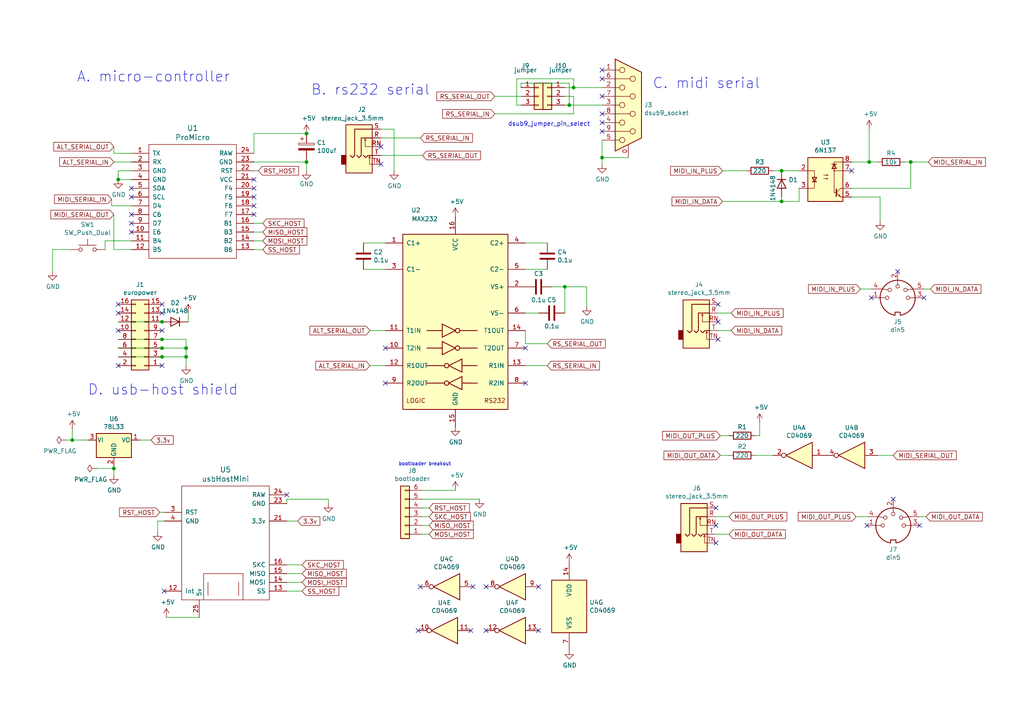
<source format=kicad_sch>
(kicad_sch (version 20211123) (generator eeschema)
  (paper "A4")
  (title_block (title "_transcribe_") (date "2022-02-22") (rev "v0_5_1") (company "cyberboy666 & user43368831") (comment 1 "CC-BY-SA"))
  (lib_symbols
    (symbol "4xxx:4069" (pin_names (offset 1.016))
      (property "Reference" "U" (at 0 1.27 0))
      (property "Value" "4069" (at 0 -1.27 0))
      (symbol "4069_1_0"
        (pin input line (at -7.62 0 0) (length 3.81) (name "~") (number "1"))
        (pin output inverted (at 7.62 0 180) (length 3.81) (name "~") (number "2"))
      )
      (symbol "4069_2_0"
        (pin input line (at -7.62 0 0) (length 3.81) (name "~") (number "3"))
        (pin output inverted (at 7.62 0 180) (length 3.81) (name "~") (number "4"))
      )
      (symbol "4069_3_0"
        (pin input line (at -7.62 0 0) (length 3.81) (name "~") (number "5"))
        (pin output inverted (at 7.62 0 180) (length 3.81) (name "~") (number "6"))
      )
      (symbol "4069_4_0"
        (pin output inverted (at 7.62 0 180) (length 3.81) (name "~") (number "8"))
        (pin input line (at -7.62 0 0) (length 3.81) (name "~") (number "9"))
      )
      (symbol "4069_5_0"
        (pin output inverted (at 7.62 0 180) (length 3.81) (name "~") (number "10"))
        (pin input line (at -7.62 0 0) (length 3.81) (name "~") (number "11"))
      )
      (symbol "4069_6_0"
        (pin output inverted (at 7.62 0 180) (length 3.81) (name "~") (number "12"))
        (pin input line (at -7.62 0 0) (length 3.81) (name "~") (number "13"))
      )
      (symbol "4069_7_0"
        (pin power_in line (at 0 12.7 270) (length 5.08) (name "VDD") (number "14"))
        (pin power_in line (at 0 -12.7 90) (length 5.08) (name "VSS") (number "7"))
      )
    )
    (symbol "Connector:AudioJack3_SwitchTR"
      (property "Reference" "J" (at 0 8.89 0))
      (property "Value" "AudioJack3_SwitchTR" (at 0 6.35 0))
      (symbol "AudioJack3_SwitchTR_1_1"
        (pin passive line (at 5.08 0 180) (length 2.54) (name "~") (number "R"))
        (pin passive line (at 5.08 -2.54 180) (length 2.54) (name "~") (number "RN"))
        (pin passive line (at 5.08 2.54 180) (length 2.54) (name "~") (number "S"))
        (pin passive line (at 5.08 -5.08 180) (length 2.54) (name "~") (number "T"))
        (pin passive line (at 5.08 -7.62 180) (length 2.54) (name "~") (number "TN"))
      )
    )
    (symbol "Connector:DB9_Female_MountingHoles" (pin_names (offset 1.016) hide)
      (property "Reference" "J" (at 0 16.51 0))
      (property "Value" "DB9_Female_MountingHoles" (at 0 14.605 0))
      (symbol "DB9_Female_MountingHoles_1_1"
        (pin passive line (at 0 -15.24 90) (length 3.81) (name "PAD") (number "0"))
        (pin passive line (at -7.62 10.16 0) (length 3.81) (name "1") (number "1"))
        (pin passive line (at -7.62 5.08 0) (length 3.81) (name "2") (number "2"))
        (pin passive line (at -7.62 0 0) (length 3.81) (name "3") (number "3"))
        (pin passive line (at -7.62 -5.08 0) (length 3.81) (name "4") (number "4"))
        (pin passive line (at -7.62 -10.16 0) (length 3.81) (name "5") (number "5"))
        (pin passive line (at -7.62 7.62 0) (length 3.81) (name "6") (number "6"))
        (pin passive line (at -7.62 2.54 0) (length 3.81) (name "7") (number "7"))
        (pin passive line (at -7.62 -2.54 0) (length 3.81) (name "8") (number "8"))
        (pin passive line (at -7.62 -7.62 0) (length 3.81) (name "9") (number "9"))
      )
    )
    (symbol "Connector:DIN-5_180degree" (pin_names (offset 1.016))
      (property "Reference" "J" (at 3.175 5.715 0))
      (property "Value" "DIN-5_180degree" (at 0 -6.35 0))
      (symbol "DIN-5_180degree_1_1"
        (pin passive line (at -7.62 0 0) (length 2.54) (name "~") (number "1"))
        (pin passive line (at 0 7.62 270) (length 2.54) (name "~") (number "2"))
        (pin passive line (at 7.62 0 180) (length 2.54) (name "~") (number "3"))
        (pin passive line (at -7.62 2.54 0) (length 2.54) (name "~") (number "4"))
        (pin passive line (at 7.62 2.54 180) (length 2.54) (name "~") (number "5"))
      )
    )
    (symbol "Connector_Generic:Conn_01x03" (pin_names (offset 1.016) hide)
      (property "Reference" "J" (at 0 5.08 0))
      (property "Value" "Conn_01x03" (at 0 -5.08 0))
      (symbol "Conn_01x03_1_1"
        (pin passive line (at -5.08 2.54 0) (length 3.81) (name "Pin_1") (number "1"))
        (pin passive line (at -5.08 0 0) (length 3.81) (name "Pin_2") (number "2"))
        (pin passive line (at -5.08 -2.54 0) (length 3.81) (name "Pin_3") (number "3"))
      )
    )
    (symbol "Connector_Generic:Conn_01x06" (pin_names (offset 1.016) hide)
      (property "Reference" "J" (at 0 7.62 0))
      (property "Value" "Conn_01x06" (at 0 -10.16 0))
      (symbol "Conn_01x06_1_1"
        (pin passive line (at -5.08 5.08 0) (length 3.81) (name "Pin_1") (number "1"))
        (pin passive line (at -5.08 2.54 0) (length 3.81) (name "Pin_2") (number "2"))
        (pin passive line (at -5.08 0 0) (length 3.81) (name "Pin_3") (number "3"))
        (pin passive line (at -5.08 -2.54 0) (length 3.81) (name "Pin_4") (number "4"))
        (pin passive line (at -5.08 -5.08 0) (length 3.81) (name "Pin_5") (number "5"))
        (pin passive line (at -5.08 -7.62 0) (length 3.81) (name "Pin_6") (number "6"))
      )
    )
    (symbol "Connector_Generic:Conn_02x08_Odd_Even" (pin_names (offset 1.016) hide)
      (property "Reference" "J" (at 1.27 10.16 0))
      (property "Value" "Conn_02x08_Odd_Even" (at 1.27 -12.7 0))
      (symbol "Conn_02x08_Odd_Even_1_1"
        (pin passive line (at -5.08 7.62 0) (length 3.81) (name "Pin_1") (number "1"))
        (pin passive line (at 7.62 -2.54 180) (length 3.81) (name "Pin_10") (number "10"))
        (pin passive line (at -5.08 -5.08 0) (length 3.81) (name "Pin_11") (number "11"))
        (pin passive line (at 7.62 -5.08 180) (length 3.81) (name "Pin_12") (number "12"))
        (pin passive line (at -5.08 -7.62 0) (length 3.81) (name "Pin_13") (number "13"))
        (pin passive line (at 7.62 -7.62 180) (length 3.81) (name "Pin_14") (number "14"))
        (pin passive line (at -5.08 -10.16 0) (length 3.81) (name "Pin_15") (number "15"))
        (pin passive line (at 7.62 -10.16 180) (length 3.81) (name "Pin_16") (number "16"))
        (pin passive line (at 7.62 7.62 180) (length 3.81) (name "Pin_2") (number "2"))
        (pin passive line (at -5.08 5.08 0) (length 3.81) (name "Pin_3") (number "3"))
        (pin passive line (at 7.62 5.08 180) (length 3.81) (name "Pin_4") (number "4"))
        (pin passive line (at -5.08 2.54 0) (length 3.81) (name "Pin_5") (number "5"))
        (pin passive line (at 7.62 2.54 180) (length 3.81) (name "Pin_6") (number "6"))
        (pin passive line (at -5.08 0 0) (length 3.81) (name "Pin_7") (number "7"))
        (pin passive line (at 7.62 0 180) (length 3.81) (name "Pin_8") (number "8"))
        (pin passive line (at -5.08 -2.54 0) (length 3.81) (name "Pin_9") (number "9"))
      )
    )
    (symbol "Device:C" (pin_numbers hide) (pin_names (offset 0.254))
      (property "Reference" "C" (at 0.635 2.54 0))
      (property "Value" "C" (at 0.635 -2.54 0))
      (symbol "C_1_1"
        (pin passive line (at 0 3.81 270) (length 2.794) (name "~") (number "1"))
        (pin passive line (at 0 -3.81 90) (length 2.794) (name "~") (number "2"))
      )
    )
    (symbol "Device:CP" (pin_numbers hide) (pin_names (offset 0.254))
      (property "Reference" "C" (at 0.635 2.54 0))
      (property "Value" "Device_CP" (at 0.635 -2.54 0))
      (symbol "CP_1_1"
        (pin passive line (at 0 3.81 270) (length 2.794) (name "~") (number "1"))
        (pin passive line (at 0 -3.81 90) (length 2.794) (name "~") (number "2"))
      )
    )
    (symbol "Device:D" (pin_numbers hide) (pin_names (offset 1.016) hide)
      (property "Reference" "D" (at 0 2.54 0))
      (property "Value" "D" (at 0 -2.54 0))
      (symbol "D_1_1"
        (pin passive line (at -3.81 0 0) (length 2.54) (name "K") (number "1"))
        (pin passive line (at 3.81 0 180) (length 2.54) (name "A") (number "2"))
      )
    )
    (symbol "Device:R" (pin_numbers hide) (pin_names (offset 0))
      (property "Reference" "R" (at 2.032 0 90))
      (property "Value" "R" (at 0 0 90))
      (symbol "R_1_1"
        (pin passive line (at 0 3.81 270) (length 1.27) (name "~") (number "1"))
        (pin passive line (at 0 -3.81 90) (length 1.27) (name "~") (number "2"))
      )
    )
    (symbol "Interface_UART:MAX232" (pin_names (offset 1.016))
      (property "Reference" "U" (at -2.54 28.575 0))
      (property "Value" "MAX232" (at -2.54 26.67 0))
      (symbol "MAX232_0_0"
        (text "LOGIC" (at -11.43 -22.86 0) (effects (font (size 1.27 1.27))))
        (text "RS232" (at 11.43 -22.86 0) (effects (font (size 1.27 1.27))))
      )
      (symbol "MAX232_1_1"
        (pin passive line (at -20.32 22.86 0) (length 5.08) (name "C1+") (number "1"))
        (pin input line (at -20.32 -7.62 0) (length 5.08) (name "T2IN") (number "10"))
        (pin input line (at -20.32 -2.54 0) (length 5.08) (name "T1IN") (number "11"))
        (pin output line (at -20.32 -12.7 0) (length 5.08) (name "R1OUT") (number "12"))
        (pin input line (at 20.32 -12.7 180) (length 5.08) (name "R1IN") (number "13"))
        (pin output line (at 20.32 -2.54 180) (length 5.08) (name "T1OUT") (number "14"))
        (pin power_in line (at 0 -30.48 90) (length 5.08) (name "GND") (number "15"))
        (pin power_in line (at 0 30.48 270) (length 5.08) (name "VCC") (number "16"))
        (pin power_out line (at 20.32 10.16 180) (length 5.08) (name "VS+") (number "2"))
        (pin passive line (at -20.32 15.24 0) (length 5.08) (name "C1-") (number "3"))
        (pin passive line (at 20.32 22.86 180) (length 5.08) (name "C2+") (number "4"))
        (pin passive line (at 20.32 15.24 180) (length 5.08) (name "C2-") (number "5"))
        (pin power_out line (at 20.32 2.54 180) (length 5.08) (name "VS-") (number "6"))
        (pin output line (at 20.32 -7.62 180) (length 5.08) (name "T2OUT") (number "7"))
        (pin input line (at 20.32 -17.78 180) (length 5.08) (name "R2IN") (number "8"))
        (pin output line (at -20.32 -17.78 0) (length 5.08) (name "R2OUT") (number "9"))
      )
    )
    (symbol "Regulator_Linear:L78L33_TO92" (pin_names (offset 0.254))
      (property "Reference" "U" (at -3.81 3.175 0))
      (property "Value" "L78L33_TO92" (at 0 3.175 0))
      (symbol "L78L33_TO92_1_1"
        (pin power_out line (at 7.62 0 180) (length 2.54) (name "VO") (number "1"))
        (pin power_in line (at 0 -7.62 90) (length 2.54) (name "GND") (number "2"))
        (pin power_in line (at -7.62 0 0) (length 2.54) (name "VI") (number "3"))
      )
    )
    (symbol "Switch:SW_Push" (pin_numbers hide) (pin_names (offset 1.016) hide)
      (property "Reference" "SW" (at 1.27 2.54 0))
      (property "Value" "SW_Push" (at 0 -1.524 0))
      (symbol "SW_Push_0_1"
        (pin passive line (at -5.08 0 0) (length 2.54) (name "1") (number "1"))
        (pin passive line (at 5.08 0 180) (length 2.54) (name "2") (number "2"))
      )
    )
    (symbol "power:+5V" (power) (pin_names (offset 0))
      (property "Value" "+5V" (at 0 3.556 0))
      (symbol "+5V_1_1"
        (pin power_in line (at 0 0 90) (length 0) hide (name "+5V") (number "1"))
      )
    )
    (symbol "power:GND" (power) (pin_names (offset 0))
      (property "Value" "GND" (at 0 -3.81 0))
      (symbol "GND_1_1"
        (pin power_in line (at 0 0 270) (length 0) hide (name "GND") (number "1"))
      )
    )
    (symbol "power:PWR_FLAG" (power) (pin_numbers hide) (pin_names (offset 0) hide)
      (property "Value" "PWR_FLAG" (at 0 3.81 0))
      (symbol "PWR_FLAG_0_0"
        (pin power_out line (at 0 0 90) (length 0) (name "pwr") (number "1"))
      )
    )
    (symbol "transcribe_circuit-rescue:6N137-Isolator" (pin_names (offset 1.016))
      (property "Reference" "U" (at -5.08 7.62 0))
      (property "Value" "6N137-Isolator" (at 0 7.62 0))
      (symbol "6N137-Isolator_1_1"
        (pin no_connect line (at -5.08 5.08 0) (length 2.54) hide (name "NC") (number "1"))
        (pin passive line (at -7.62 2.54 0) (length 2.54) (name "~") (number "2"))
        (pin passive line (at -7.62 -2.54 0) (length 2.54) (name "~") (number "3"))
        (pin no_connect line (at -5.08 -5.08 0) (length 2.54) hide (name "NC") (number "4"))
        (pin passive line (at 7.62 -5.08 180) (length 2.54) (name "~") (number "5"))
        (pin passive line (at 7.62 -2.54 180) (length 2.54) (name "~") (number "6"))
        (pin passive line (at 7.62 2.54 180) (length 2.54) (name "~") (number "7"))
        (pin passive line (at 7.62 5.08 180) (length 2.54) (name "~") (number "8"))
      )
    )
    (symbol "transcribe_circuit-rescue:ProMicro-promicro" (pin_names (offset 1.016))
      (property "Reference" "U" (at 0 24.13 0))
      (property "Value" "ProMicro-promicro" (at 0 -13.97 0))
      (symbol "ProMicro-promicro_1_1"
        (pin bidirectional line (at -17.78 19.05 0) (length 5.08) (name "TX") (number "1"))
        (pin bidirectional line (at -17.78 -3.81 0) (length 5.08) (name "E6") (number "10"))
        (pin bidirectional line (at -17.78 -6.35 0) (length 5.08) (name "B4") (number "11"))
        (pin bidirectional line (at -17.78 -8.89 0) (length 5.08) (name "B5") (number "12"))
        (pin bidirectional line (at 17.78 -8.89 180) (length 5.08) (name "B6") (number "13"))
        (pin bidirectional line (at 17.78 -6.35 180) (length 5.08) (name "B2") (number "14"))
        (pin bidirectional line (at 17.78 -3.81 180) (length 5.08) (name "B3") (number "15"))
        (pin bidirectional line (at 17.78 -1.27 180) (length 5.08) (name "B1") (number "16"))
        (pin bidirectional line (at 17.78 1.27 180) (length 5.08) (name "F7") (number "17"))
        (pin bidirectional line (at 17.78 3.81 180) (length 5.08) (name "F6") (number "18"))
        (pin bidirectional line (at 17.78 6.35 180) (length 5.08) (name "F5") (number "19"))
        (pin bidirectional line (at -17.78 16.51 0) (length 5.08) (name "RX") (number "2"))
        (pin bidirectional line (at 17.78 8.89 180) (length 5.08) (name "F4") (number "20"))
        (pin power_in line (at 17.78 11.43 180) (length 5.08) (name "VCC") (number "21"))
        (pin input line (at 17.78 13.97 180) (length 5.08) (name "RST") (number "22"))
        (pin power_in line (at 17.78 16.51 180) (length 5.08) (name "GND") (number "23"))
        (pin power_out line (at 17.78 19.05 180) (length 5.08) (name "RAW") (number "24"))
        (pin power_in line (at -17.78 13.97 0) (length 5.08) (name "GND") (number "3"))
        (pin power_in line (at -17.78 11.43 0) (length 5.08) (name "GND") (number "4"))
        (pin bidirectional line (at -17.78 8.89 0) (length 5.08) (name "SDA") (number "5"))
        (pin bidirectional line (at -17.78 6.35 0) (length 5.08) (name "SCL") (number "6"))
        (pin bidirectional line (at -17.78 3.81 0) (length 5.08) (name "D4") (number "7"))
        (pin bidirectional line (at -17.78 1.27 0) (length 5.08) (name "C6") (number "8"))
        (pin bidirectional line (at -17.78 -1.27 0) (length 5.08) (name "D7") (number "9"))
      )
    )
    (symbol "transcribe_circuit-rescue:usbHostMini-promicro" (pin_names (offset 1.016))
      (property "Reference" "U" (at 0 24.13 0))
      (property "Value" "usbHostMini-promicro" (at 0 -13.97 0))
      (symbol "usbHostMini-promicro_1_1"
        (pin no_connect line (at -17.78 19.05 0) (length 5.08) hide (name "~") (number "1"))
        (pin no_connect line (at -17.78 -3.81 0) (length 5.08) hide (name "~") (number "10"))
        (pin no_connect line (at -17.78 -6.35 0) (length 5.08) hide (name "~") (number "11"))
        (pin bidirectional line (at -17.78 -8.89 0) (length 5.08) (name "int") (number "12"))
        (pin bidirectional line (at 17.78 -8.89 180) (length 5.08) (name "SS") (number "13"))
        (pin bidirectional line (at 17.78 -6.35 180) (length 5.08) (name "MOSI") (number "14"))
        (pin bidirectional line (at 17.78 -3.81 180) (length 5.08) (name "MISO") (number "15"))
        (pin bidirectional line (at 17.78 -1.27 180) (length 5.08) (name "SKC") (number "16"))
        (pin no_connect line (at 17.78 1.27 180) (length 5.08) hide (name "~") (number "17"))
        (pin no_connect line (at 17.78 3.81 180) (length 5.08) hide (name "~") (number "18"))
        (pin no_connect line (at 17.78 6.35 180) (length 5.08) hide (name "~") (number "19"))
        (pin no_connect line (at -17.78 16.51 0) (length 5.08) hide (name "~") (number "2"))
        (pin no_connect line (at 17.78 8.89 180) (length 5.08) hide (name "~") (number "20"))
        (pin power_in line (at 17.78 11.43 180) (length 5.08) (name "3.3v") (number "21"))
        (pin no_connect line (at 17.78 13.97 180) (length 5.08) hide (name "~") (number "22"))
        (pin power_in line (at 17.78 16.51 180) (length 5.08) (name "GND") (number "23"))
        (pin power_out line (at 17.78 19.05 180) (length 5.08) (name "RAW") (number "24"))
        (pin power_in line (at -7.62 -16.51 90) (length 5.08) (name "5v") (number "25"))
        (pin bidirectional line (at -17.78 13.97 0) (length 5.08) (name "RST") (number "3"))
        (pin power_in line (at -17.78 11.43 0) (length 5.08) (name "GND") (number "4"))
        (pin no_connect line (at -17.78 8.89 0) (length 5.08) hide (name "~") (number "5"))
        (pin no_connect line (at -17.78 6.35 0) (length 5.08) hide (name "~") (number "6"))
        (pin no_connect line (at -17.78 3.81 0) (length 5.08) hide (name "~") (number "7"))
        (pin no_connect line (at -17.78 1.27 0) (length 5.08) hide (name "~") (number "8"))
        (pin no_connect line (at -17.78 -1.27 0) (length 5.08) hide (name "~") (number "9"))
      )
    )
  )
  (junction (at 46.99 93.345))
  (junction (at 34.29 52.07))
  (junction (at 174.625 45.72))
  (junction (at 53.975 100.965))
  (junction (at 226.695 58.42))
  (junction (at 166.37 25.4))
  (junction (at 88.9 46.99))
  (junction (at 226.695 49.53))
  (junction (at 33.02 135.89))
  (junction (at 163.83 83.185))
  (junction (at 252.095 46.99))
  (junction (at 46.99 103.505))
  (junction (at 264.16 46.99))
  (junction (at 88.9 38.735))
  (junction (at 165.1 30.48))
  (junction (at 20.955 127.635))
  (junction (at 53.975 103.505))
  (junction (at 46.99 98.425))
  (junction (at 46.99 100.965))
  (no_connect (at 207.645 157.48))
  (no_connect (at 174.625 35.56))
  (no_connect (at 111.76 100.965))
  (no_connect (at 208.28 88.265))
  (no_connect (at 267.97 86.36))
  (no_connect (at 260.35 78.74))
  (no_connect (at 34.29 90.805))
  (no_connect (at 152.4 100.965))
  (no_connect (at 207.645 147.32))
  (no_connect (at 208.28 93.345))
  (no_connect (at 73.66 57.15))
  (no_connect (at 46.99 106.045))
  (no_connect (at 174.625 20.32))
  (no_connect (at 73.66 59.69))
  (no_connect (at 140.97 182.88))
  (no_connect (at 174.625 38.1))
  (no_connect (at 38.1 54.61))
  (no_connect (at 46.99 88.265))
  (no_connect (at 156.21 182.88))
  (no_connect (at 34.29 88.265))
  (no_connect (at 208.28 98.425))
  (no_connect (at 38.1 62.23))
  (no_connect (at 121.285 182.88))
  (no_connect (at 266.7 152.4))
  (no_connect (at 38.1 57.15))
  (no_connect (at 83.185 143.51))
  (no_connect (at 251.46 152.4))
  (no_connect (at 174.625 27.94))
  (no_connect (at 46.99 90.805))
  (no_connect (at 73.66 62.23))
  (no_connect (at 174.625 33.02))
  (no_connect (at 73.66 54.61))
  (no_connect (at 259.08 144.78))
  (no_connect (at 174.625 22.86))
  (no_connect (at 34.29 95.885))
  (no_connect (at 121.92 170.18))
  (no_connect (at 38.1 64.77))
  (no_connect (at 73.66 52.07))
  (no_connect (at 140.97 170.18))
  (no_connect (at 136.525 182.88))
  (no_connect (at 207.645 152.4))
  (no_connect (at 111.76 111.125))
  (no_connect (at 252.73 86.36))
  (no_connect (at 110.49 42.545))
  (no_connect (at 156.21 170.18))
  (no_connect (at 46.99 95.885))
  (no_connect (at 247.015 49.53))
  (no_connect (at 34.29 106.045))
  (no_connect (at 110.49 47.625))
  (no_connect (at 47.625 171.45))
  (no_connect (at 38.1 67.31))
  (no_connect (at 152.4 111.125))
  (no_connect (at 137.16 170.18))
  (wire (pts (xy 32.385 59.69) (xy 38.1 59.69)))
  (wire (pts (xy 264.16 46.99) (xy 269.24 46.99)))
  (wire (pts (xy 219.075 132.08) (xy 224.155 132.08)))
  (wire (pts (xy 20.955 127.635) (xy 19.05 127.635)))
  (wire (pts (xy 207.645 154.94) (xy 211.455 154.94)))
  (wire (pts (xy 252.73 83.82) (xy 249.555 83.82)))
  (wire (pts (xy 269.875 83.82) (xy 267.97 83.82)))
  (wire (pts (xy 107.315 95.885) (xy 111.76 95.885)))
  (wire (pts (xy 54.61 90.805) (xy 54.61 93.345)))
  (wire (pts (xy 166.37 25.4) (xy 174.625 25.4)))
  (wire (pts (xy 226.695 49.53) (xy 224.155 49.53)))
  (wire (pts (xy 46.99 98.425) (xy 53.975 98.425)))
  (wire (pts (xy 122.555 152.4) (xy 124.46 152.4)))
  (wire (pts (xy 163.83 83.185) (xy 170.18 83.185)))
  (wire (pts (xy 220.345 126.365) (xy 220.345 122.555)))
  (wire (pts (xy 87.63 166.37) (xy 83.185 166.37)))
  (wire (pts (xy 30.48 72.39) (xy 30.48 69.85)))
  (wire (pts (xy 208.28 95.885) (xy 212.09 95.885)))
  (wire (pts (xy 111.76 70.485) (xy 105.41 70.485)))
  (wire (pts (xy 45.72 151.13) (xy 45.72 154.305)))
  (wire (pts (xy 207.645 149.86) (xy 211.455 149.86)))
  (wire (pts (xy 122.555 149.86) (xy 124.46 149.86)))
  (wire (pts (xy 73.66 46.99) (xy 88.9 46.99)))
  (wire (pts (xy 151.13 24.13) (xy 165.1 24.13)))
  (wire (pts (xy 165.1 24.13) (xy 165.1 30.48)))
  (wire (pts (xy 139.065 144.78) (xy 122.555 144.78)))
  (wire (pts (xy 76.2 69.85) (xy 73.66 69.85)))
  (wire (pts (xy 34.29 103.505) (xy 46.99 103.505)))
  (wire (pts (xy 143.51 33.02) (xy 166.37 33.02)))
  (wire (pts (xy 252.095 37.465) (xy 252.095 46.99)))
  (wire (pts (xy 33.02 44.45) (xy 33.02 42.545)))
  (wire (pts (xy 20.955 127.635) (xy 25.4 127.635)))
  (wire (pts (xy 33.02 72.39) (xy 38.1 72.39)))
  (wire (pts (xy 226.695 58.42) (xy 231.775 58.42)))
  (wire (pts (xy 88.9 46.99) (xy 88.9 49.53)))
  (wire (pts (xy 111.76 78.105) (xy 105.41 78.105)))
  (wire (pts (xy 38.1 49.53) (xy 34.29 49.53)))
  (wire (pts (xy 264.16 54.61) (xy 264.16 46.99)))
  (wire (pts (xy 87.63 171.45) (xy 83.185 171.45)))
  (wire (pts (xy 33.02 46.99) (xy 38.1 46.99)))
  (wire (pts (xy 122.555 147.32) (xy 124.46 147.32)))
  (wire (pts (xy 216.535 49.53) (xy 209.55 49.53)))
  (wire (pts (xy 110.49 37.465) (xy 114.3 37.465)))
  (wire (pts (xy 73.66 44.45) (xy 73.66 38.735)))
  (wire (pts (xy 211.455 126.365) (xy 208.915 126.365)))
  (wire (pts (xy 86.36 151.13) (xy 83.185 151.13)))
  (wire (pts (xy 83.185 146.05) (xy 83.185 144.78)))
  (wire (pts (xy 254.635 132.08) (xy 259.08 132.08)))
  (wire (pts (xy 163.83 25.4) (xy 166.37 25.4)))
  (wire (pts (xy 87.63 163.83) (xy 83.185 163.83)))
  (wire (pts (xy 15.24 78.74) (xy 15.24 72.39)))
  (wire (pts (xy 40.64 127.635) (xy 43.815 127.635)))
  (wire (pts (xy 107.315 106.045) (xy 111.76 106.045)))
  (wire (pts (xy 15.24 72.39) (xy 20.32 72.39)))
  (wire (pts (xy 95.25 144.78) (xy 95.25 146.05)))
  (wire (pts (xy 76.2 72.39) (xy 73.66 72.39)))
  (wire (pts (xy 53.975 98.425) (xy 53.975 100.965)))
  (wire (pts (xy 110.49 45.085) (xy 122.555 45.085)))
  (wire (pts (xy 211.455 132.08) (xy 208.915 132.08)))
  (wire (pts (xy 27.94 135.89) (xy 33.02 135.89)))
  (wire (pts (xy 34.29 49.53) (xy 34.29 52.07)))
  (wire (pts (xy 76.2 64.77) (xy 73.66 64.77)))
  (wire (pts (xy 174.625 45.72) (xy 174.625 47.625)))
  (wire (pts (xy 158.75 78.105) (xy 152.4 78.105)))
  (wire (pts (xy 33.02 135.255) (xy 33.02 135.89)))
  (wire (pts (xy 122.555 154.94) (xy 124.46 154.94)))
  (wire (pts (xy 174.625 40.64) (xy 174.625 45.72)))
  (wire (pts (xy 83.185 144.78) (xy 95.25 144.78)))
  (wire (pts (xy 73.66 38.735) (xy 88.9 38.735)))
  (wire (pts (xy 219.075 126.365) (xy 220.345 126.365)))
  (wire (pts (xy 149.86 22.86) (xy 166.37 22.86)))
  (wire (pts (xy 170.18 83.185) (xy 170.18 88.9)))
  (wire (pts (xy 33.02 44.45) (xy 38.1 44.45)))
  (wire (pts (xy 122.555 142.24) (xy 132.08 142.24)))
  (wire (pts (xy 163.83 30.48) (xy 165.1 30.48)))
  (wire (pts (xy 166.37 22.86) (xy 166.37 25.4)))
  (wire (pts (xy 38.1 52.07) (xy 34.29 52.07)))
  (wire (pts (xy 53.975 103.505) (xy 53.975 106.045)))
  (wire (pts (xy 251.46 149.86) (xy 248.285 149.86)))
  (wire (pts (xy 231.775 58.42) (xy 231.775 54.61)))
  (wire (pts (xy 226.695 57.15) (xy 226.695 58.42)))
  (wire (pts (xy 262.255 46.99) (xy 264.16 46.99)))
  (wire (pts (xy 247.015 54.61) (xy 264.16 54.61)))
  (wire (pts (xy 226.695 58.42) (xy 209.55 58.42)))
  (wire (pts (xy 252.095 46.99) (xy 254.635 46.99)))
  (wire (pts (xy 152.4 70.485) (xy 158.75 70.485)))
  (wire (pts (xy 110.49 40.005) (xy 121.92 40.005)))
  (wire (pts (xy 208.28 90.805) (xy 212.09 90.805)))
  (wire (pts (xy 247.015 46.99) (xy 252.095 46.99)))
  (wire (pts (xy 151.13 30.48) (xy 149.86 30.48)))
  (wire (pts (xy 33.02 135.89) (xy 33.02 137.795)))
  (wire (pts (xy 152.4 99.695) (xy 158.75 99.695)))
  (wire (pts (xy 20.955 124.46) (xy 20.955 127.635)))
  (wire (pts (xy 30.48 69.85) (xy 38.1 69.85)))
  (wire (pts (xy 47.625 151.13) (xy 45.72 151.13)))
  (wire (pts (xy 143.51 27.94) (xy 151.13 27.94)))
  (wire (pts (xy 149.86 30.48) (xy 149.86 22.86)))
  (wire (pts (xy 76.2 67.31) (xy 73.66 67.31)))
  (wire (pts (xy 47.625 148.59) (xy 46.355 148.59)))
  (wire (pts (xy 158.75 106.045) (xy 152.4 106.045)))
  (wire (pts (xy 87.63 168.91) (xy 83.185 168.91)))
  (wire (pts (xy 163.83 90.805) (xy 163.83 83.185)))
  (wire (pts (xy 34.29 100.965) (xy 46.99 100.965)))
  (wire (pts (xy 32.385 57.785) (xy 32.385 59.69)))
  (wire (pts (xy 255.27 57.15) (xy 247.015 57.15)))
  (wire (pts (xy 268.605 149.86) (xy 266.7 149.86)))
  (wire (pts (xy 255.27 64.135) (xy 255.27 57.15)))
  (wire (pts (xy 53.975 100.965) (xy 53.975 103.505)))
  (wire (pts (xy 160.02 83.185) (xy 163.83 83.185)))
  (wire (pts (xy 33.02 62.23) (xy 33.02 72.39)))
  (wire (pts (xy 231.775 49.53) (xy 226.695 49.53)))
  (wire (pts (xy 88.9 46.355) (xy 88.9 46.99)))
  (wire (pts (xy 34.29 98.425) (xy 46.99 98.425)))
  (wire (pts (xy 34.29 93.345) (xy 46.99 93.345)))
  (wire (pts (xy 73.66 49.53) (xy 74.93 49.53)))
  (wire (pts (xy 46.99 100.965) (xy 53.975 100.965)))
  (wire (pts (xy 166.37 27.94) (xy 163.83 27.94)))
  (wire (pts (xy 46.99 103.505) (xy 53.975 103.505)))
  (wire (pts (xy 152.4 95.885) (xy 152.4 99.695)))
  (wire (pts (xy 156.21 90.805) (xy 152.4 90.805)))
  (wire (pts (xy 151.13 25.4) (xy 151.13 24.13)))
  (wire (pts (xy 114.3 37.465) (xy 114.3 49.53)))
  (wire (pts (xy 182.245 45.72) (xy 174.625 45.72)))
  (wire (pts (xy 166.37 33.02) (xy 166.37 27.94)))
  (wire (pts (xy 165.1 30.48) (xy 174.625 30.48)))
  (wire (pts (xy 48.26 179.07) (xy 57.785 179.07)))
  (text "B. rs232 serial" (at 90.17 27.94 0) (effects (font (size 2.9972 2.9972)) (justify left bottom)))
  (text "C. midi serial" (at 189.23 26.035 0) (effects (font (size 2.9972 2.9972)) (justify left bottom)))
  (text "bootloader breakout" (at 115.57 135.255 0) (effects (font (size 0.9906 0.9906)) (justify left bottom)))
  (text "A. micro-controller" (at 22.225 24.13 0) (effects (font (size 2.9972 2.9972)) (justify left bottom)))
  (text "D. usb-host shield" (at 25.4 114.935 0) (effects (font (size 2.9972 2.9972)) (justify left bottom)))
  (text "dsub9_jumper_pin_select" (at 147.32 36.83 0) (effects (font (size 1.27 1.27)) (justify left bottom)))
  (global_label "MIDI_SERIAL_OUT" (shape input) (at 259.08 132.08 0) (property "Intersheet References" "${INTERSHEET_REFS}" (effects hide)))
  (global_label "RS_SERIAL_IN" (shape input) (at 143.51 33.02 180) (property "Intersheet References" "${INTERSHEET_REFS}" (effects hide)))
  (global_label "MIDI_IN_PLUS" (shape input) (at 212.09 90.805 0) (property "Intersheet References" "${INTERSHEET_REFS}" (effects hide)))
  (global_label "MIDI_OUT_PLUS" (shape input) (at 248.285 149.86 180) (property "Intersheet References" "${INTERSHEET_REFS}" (effects hide)))
  (global_label "MOSI_HOST" (shape input) (at 87.63 168.91 0) (property "Intersheet References" "${INTERSHEET_REFS}" (effects hide)))
  (global_label "MOSI_HOST" (shape input) (at 76.2 69.85 0) (property "Intersheet References" "${INTERSHEET_REFS}" (effects hide)))
  (global_label "RST_HOST" (shape input) (at 124.46 147.32 0) (property "Intersheet References" "${INTERSHEET_REFS}" (effects hide)))
  (global_label "MIDI_OUT_PLUS" (shape input) (at 208.915 126.365 180) (property "Intersheet References" "${INTERSHEET_REFS}" (effects hide)))
  (global_label "MISO_HOST" (shape input) (at 124.46 152.4 0) (property "Intersheet References" "${INTERSHEET_REFS}" (effects hide)))
  (global_label "RST_HOST" (shape input) (at 46.355 148.59 180) (property "Intersheet References" "${INTERSHEET_REFS}" (effects hide)))
  (global_label "MIDI_SERIAL_IN" (shape input) (at 32.385 57.785 180) (property "Intersheet References" "${INTERSHEET_REFS}" (effects hide)))
  (global_label "RST_HOST" (shape input) (at 74.93 49.53 0) (property "Intersheet References" "${INTERSHEET_REFS}" (effects hide)))
  (global_label "RS_SERIAL_IN" (shape input) (at 158.75 106.045 0) (property "Intersheet References" "${INTERSHEET_REFS}" (effects hide)))
  (global_label "RS_SERIAL_OUT" (shape input) (at 158.75 99.695 0) (property "Intersheet References" "${INTERSHEET_REFS}" (effects hide)))
  (global_label "RS_SERIAL_IN" (shape input) (at 121.92 40.005 0) (property "Intersheet References" "${INTERSHEET_REFS}" (effects hide)))
  (global_label "SKC_HOST" (shape input) (at 124.46 149.86 0) (property "Intersheet References" "${INTERSHEET_REFS}" (effects hide)))
  (global_label "MIDI_OUT_PLUS" (shape input) (at 211.455 149.86 0) (property "Intersheet References" "${INTERSHEET_REFS}" (effects hide)))
  (global_label "RS_SERIAL_OUT" (shape input) (at 122.555 45.085 0) (property "Intersheet References" "${INTERSHEET_REFS}" (effects hide)))
  (global_label "MIDI_IN_DATA" (shape input) (at 269.875 83.82 0) (property "Intersheet References" "${INTERSHEET_REFS}" (effects hide)))
  (global_label "MIDI_OUT_DATA" (shape input) (at 208.915 132.08 180) (property "Intersheet References" "${INTERSHEET_REFS}" (effects hide)))
  (global_label "MIDI_SERIAL_OUT" (shape input) (at 33.02 62.23 180) (property "Intersheet References" "${INTERSHEET_REFS}" (effects hide)))
  (global_label "ALT_SERIAL_IN" (shape input) (at 107.315 106.045 180) (property "Intersheet References" "${INTERSHEET_REFS}" (effects hide)))
  (global_label "MISO_HOST" (shape input) (at 87.63 166.37 0) (property "Intersheet References" "${INTERSHEET_REFS}" (effects hide)))
  (global_label "MISO_HOST" (shape input) (at 76.2 67.31 0) (property "Intersheet References" "${INTERSHEET_REFS}" (effects hide)))
  (global_label "MIDI_IN_PLUS" (shape input) (at 209.55 49.53 180) (property "Intersheet References" "${INTERSHEET_REFS}" (effects hide)))
  (global_label "SS_HOST" (shape input) (at 87.63 171.45 0) (property "Intersheet References" "${INTERSHEET_REFS}" (effects hide)))
  (global_label "3.3v" (shape input) (at 86.36 151.13 0) (property "Intersheet References" "${INTERSHEET_REFS}" (effects hide)))
  (global_label "MIDI_IN_DATA" (shape input) (at 212.09 95.885 0) (property "Intersheet References" "${INTERSHEET_REFS}" (effects hide)))
  (global_label "SS_HOST" (shape input) (at 76.2 72.39 0) (property "Intersheet References" "${INTERSHEET_REFS}" (effects hide)))
  (global_label "MIDI_IN_PLUS" (shape input) (at 249.555 83.82 180) (property "Intersheet References" "${INTERSHEET_REFS}" (effects hide)))
  (global_label "MIDI_OUT_DATA" (shape input) (at 268.605 149.86 0) (property "Intersheet References" "${INTERSHEET_REFS}" (effects hide)))
  (global_label "ALT_SERIAL_IN" (shape input) (at 33.02 46.99 180) (property "Intersheet References" "${INTERSHEET_REFS}" (effects hide)))
  (global_label "MIDI_IN_DATA" (shape input) (at 209.55 58.42 180) (property "Intersheet References" "${INTERSHEET_REFS}" (effects hide)))
  (global_label "RS_SERIAL_OUT" (shape input) (at 143.51 27.94 180) (property "Intersheet References" "${INTERSHEET_REFS}" (effects hide)))
  (global_label "MOSI_HOST" (shape input) (at 124.46 154.94 0) (property "Intersheet References" "${INTERSHEET_REFS}" (effects hide)))
  (global_label "ALT_SERIAL_OUT" (shape input) (at 107.315 95.885 180) (property "Intersheet References" "${INTERSHEET_REFS}" (effects hide)))
  (global_label "MIDI_OUT_DATA" (shape input) (at 211.455 154.94 0) (property "Intersheet References" "${INTERSHEET_REFS}" (effects hide)))
  (global_label "MIDI_SERIAL_IN" (shape input) (at 269.24 46.99 0) (property "Intersheet References" "${INTERSHEET_REFS}" (effects hide)))
  (global_label "3.3v" (shape input) (at 43.815 127.635 0) (property "Intersheet References" "${INTERSHEET_REFS}" (effects hide)))
  (global_label "SKC_HOST" (shape input) (at 87.63 163.83 0) (property "Intersheet References" "${INTERSHEET_REFS}" (effects hide)))
  (global_label "SKC_HOST" (shape input) (at 76.2 64.77 0) (property "Intersheet References" "${INTERSHEET_REFS}" (effects hide)))
  (global_label "ALT_SERIAL_OUT" (shape input) (at 33.02 42.545 180) (property "Intersheet References" "${INTERSHEET_REFS}" (effects hide)))
  (symbol (lib_id "transcribe_circuit-rescue:ProMicro-promicro") (at 55.88 63.5 0) (unit 1)
    (property "Reference" "U1" (at 55.88 37.1602 0) (effects (font (size 1.524 1.524))))
    (property "Value" "ProMicro" (at 55.88 39.8526 0) (effects (font (size 1.524 1.524))))
    (property "Footprint" "lib_fp:tht_ProMicro" (effects hide))
  )
  (symbol (lib_id "Interface_UART:MAX232") (at 132.08 93.345 0) (unit 1)
    (property "Reference" "U2" (at 120.65 60.96 0))
    (property "Value" "MAX232" (at 123.19 63.5 0))
    (property "Footprint" "Package_DIP:DIP-16_W7.62mm" (effects hide))
    (property "Datasheet" "http://www.ti.com/lit/ds/symlink/max232.pdf" (effects hide))
  )
  (symbol (lib_id "transcribe_circuit-rescue:usbHostMini-promicro") (at 65.405 162.56 0) (unit 1)
    (property "Reference" "U5" (at 65.405 136.2202 0) (effects (font (size 1.524 1.524))))
    (property "Value" "usbHostMini" (at 65.405 138.9126 0) (effects (font (size 1.524 1.524))))
    (property "Footprint" "lib_fp:tht_usbHostMidi" (effects hide))
  )
  (symbol (lib_id "Device:R") (at 220.345 49.53 270) (unit 1)
    (property "Reference" "R3" (at 220.345 46.99 90))
    (property "Value" "220" (at 220.345 49.53 90))
    (property "Footprint" "Resistor_THT:R_Axial_DIN0207_L6.3mm_D2.5mm_P5.08mm_Vertical" (effects hide))
  )
  (symbol (lib_id "Device:R") (at 258.445 46.99 270) (unit 1)
    (property "Reference" "R4" (at 258.445 44.45 90))
    (property "Value" "10k" (at 258.445 46.99 90))
    (property "Footprint" "Resistor_THT:R_Axial_DIN0207_L6.3mm_D2.5mm_P5.08mm_Vertical" (effects hide))
  )
  (symbol (lib_id "Device:D") (at 226.695 53.34 270) (unit 1)
    (property "Reference" "D1" (at 228.7016 52.1716 90) (effects (justify left)))
    (property "Value" "1N4148" (at 224.155 50.8 0) (effects (justify left)))
    (property "Footprint" "Diode_THT:D_T-1_P5.08mm_Horizontal" (effects hide))
  )
  (symbol (lib_id "power:+5V") (at 252.095 37.465 0) (unit 1)
    (property "Reference" "#PWR021" (effects hide))
    (property "Value" "+5V" (at 252.476 33.0708 0))
  )
  (symbol (lib_id "power:GND") (at 255.27 64.135 0) (unit 1)
    (property "Reference" "#PWR022" (effects hide))
    (property "Value" "GND" (at 255.397 68.5292 0))
  )
  (symbol (lib_id "Connector:AudioJack3_SwitchTR") (at 203.2 90.805 0) (unit 1)
    (property "Reference" "J4" (at 202.7428 82.55 0))
    (property "Value" "stereo_jack_3.5mm" (at 202.7428 84.8614 0))
    (property "Footprint" "lib_fp:horizontal_3.5mm_stereo_TRS_jack_A-853" (effects hide))
  )
  (symbol (lib_id "Connector:AudioJack3_SwitchTR") (at 202.565 149.86 0) (unit 1)
    (property "Reference" "J6" (at 202.1078 141.605 0))
    (property "Value" "stereo_jack_3.5mm" (at 202.1078 143.9164 0))
    (property "Footprint" "lib_fp:horizontal_3.5mm_stereo_TRS_jack_A-853" (effects hide))
  )
  (symbol (lib_id "power:+5V") (at 220.345 122.555 0) (unit 1)
    (property "Reference" "#PWR020" (effects hide))
    (property "Value" "+5V" (at 220.726 118.1608 0))
  )
  (symbol (lib_id "Device:R") (at 215.265 126.365 270) (unit 1)
    (property "Reference" "R1" (at 215.265 123.825 90))
    (property "Value" "220" (at 215.265 126.365 90))
    (property "Footprint" "Resistor_THT:R_Axial_DIN0207_L6.3mm_D2.5mm_P5.08mm_Vertical" (effects hide))
  )
  (symbol (lib_id "Device:R") (at 215.265 132.08 270) (unit 1)
    (property "Reference" "R2" (at 215.265 129.54 90))
    (property "Value" "220" (at 215.265 132.08 90))
    (property "Footprint" "Resistor_THT:R_Axial_DIN0207_L6.3mm_D2.5mm_P5.08mm_Vertical" (effects hide))
  )
  (symbol (lib_id "Device:C") (at 105.41 74.295 0) (unit 1)
    (property "Reference" "C2" (at 108.331 73.1266 0) (effects (justify left)))
    (property "Value" "0.1u" (at 108.331 75.438 0) (effects (justify left)))
    (property "Footprint" "Capacitor_THT:C_Disc_D4.3mm_W1.9mm_P5.00mm" (effects hide))
  )
  (symbol (lib_id "Device:C") (at 158.75 74.295 0) (unit 1)
    (property "Reference" "C4" (at 161.671 73.1266 0) (effects (justify left)))
    (property "Value" "0.1u" (at 161.671 75.438 0) (effects (justify left)))
    (property "Footprint" "Capacitor_THT:C_Disc_D4.3mm_W1.9mm_P5.00mm" (effects hide))
  )
  (symbol (lib_id "Device:C") (at 156.21 83.185 270) (unit 1)
    (property "Reference" "C3" (at 156.21 79.375 90))
    (property "Value" "0.1u" (at 156.21 86.995 90))
    (property "Footprint" "Capacitor_THT:C_Disc_D4.3mm_W1.9mm_P5.00mm" (effects hide))
  )
  (symbol (lib_id "Device:C") (at 160.02 90.805 270) (unit 1)
    (property "Reference" "C5" (at 160.02 86.995 90))
    (property "Value" "0.1u" (at 160.02 94.615 90))
    (property "Footprint" "Capacitor_THT:C_Disc_D4.3mm_W1.9mm_P5.00mm" (effects hide))
  )
  (symbol (lib_id "power:GND") (at 170.18 88.9 0) (unit 1)
    (property "Reference" "#PWR019" (effects hide))
    (property "Value" "GND" (at 170.307 93.2942 0))
  )
  (symbol (lib_id "power:GND") (at 132.08 123.825 0) (unit 1)
    (property "Reference" "#PWR015" (effects hide))
    (property "Value" "GND" (at 132.207 128.2192 0))
  )
  (symbol (lib_id "power:+5V") (at 132.08 62.865 0) (unit 1)
    (property "Reference" "#PWR014" (effects hide))
    (property "Value" "+5V" (at 132.461 58.4708 0))
  )
  (symbol (lib_id "Connector:AudioJack3_SwitchTR") (at 105.41 40.005 0) (unit 1)
    (property "Reference" "J2" (at 104.9528 31.75 0))
    (property "Value" "stereo_jack_3.5mm" (at 102.235 34.29 0))
    (property "Footprint" "lib_fp:horizontal_3.5mm_stereo_TRS_jack_A-853" (effects hide))
  )
  (symbol (lib_id "power:GND") (at 114.3 49.53 0) (unit 1)
    (property "Reference" "#PWR013" (effects hide))
    (property "Value" "GND" (at 114.427 53.9242 0))
  )
  (symbol (lib_id "power:GND") (at 174.625 47.625 0) (unit 1)
    (property "Reference" "#PWR016" (effects hide))
    (property "Value" "GND" (at 174.752 52.0192 0))
  )
  (symbol (lib_id "power:+5V") (at 20.955 124.46 0) (unit 1)
    (property "Reference" "#PWR03" (effects hide))
    (property "Value" "+5V" (at 21.336 120.0658 0))
  )
  (symbol (lib_id "power:GND") (at 33.02 137.795 0) (unit 1)
    (property "Reference" "#PWR04" (effects hide))
    (property "Value" "GND" (at 33.147 142.1892 0))
  )
  (symbol (lib_id "power:GND") (at 95.25 146.05 0) (unit 1)
    (property "Reference" "#PWR012" (effects hide))
    (property "Value" "GND" (at 95.377 150.4442 0))
  )
  (symbol (lib_id "power:GND") (at 45.72 154.305 0) (unit 1)
    (property "Reference" "#PWR08" (effects hide))
    (property "Value" "GND" (at 45.847 158.6992 0))
  )
  (symbol (lib_id "Device:CP") (at 88.9 42.545 0) (unit 1)
    (property "Reference" "C1" (at 91.8972 41.3766 0) (effects (justify left)))
    (property "Value" "100uf" (at 91.8972 43.688 0) (effects (justify left)))
    (property "Footprint" "Capacitor_THT:CP_Radial_D5.0mm_P2.50mm" (effects hide))
  )
  (symbol (lib_id "power:+5V") (at 48.26 179.07 0) (unit 1)
    (property "Reference" "#PWR09" (effects hide))
    (property "Value" "+5V" (at 48.641 174.6758 0))
  )
  (symbol (lib_id "Connector:DIN-5_180degree") (at 259.08 152.4 0) (unit 1)
    (property "Reference" "J7" (at 259.08 159.385 0))
    (property "Value" "din5" (at 259.08 161.6964 0))
    (property "Footprint" "lib_fp:horizontal_din5-A1010" (effects hide))
    (property "Datasheet" "http://www.mouser.com/ds/2/18/40_c091_abd_e-75918.pdf" (effects hide))
  )
  (symbol (lib_id "power:GND") (at 34.29 52.07 0) (unit 1)
    (property "Reference" "#PWR05" (effects hide))
    (property "Value" "GND" (at 34.417 56.4642 0))
  )
  (symbol (lib_id "Connector_Generic:Conn_02x08_Odd_Even") (at 41.91 98.425 180) (unit 1)
    (property "Reference" "J1" (at 40.64 82.55 0))
    (property "Value" "europower" (at 40.64 84.8614 0))
    (property "Footprint" "lib_fp:PinHeader_2x08_P2.54_Euro" (effects hide))
  )
  (symbol (lib_id "power:GND") (at 88.9 49.53 0) (unit 1)
    (property "Reference" "#PWR011" (effects hide))
    (property "Value" "GND" (at 88.9 53.34 0))
  )
  (symbol (lib_id "power:+5V") (at 54.61 90.805 0) (unit 1)
    (property "Reference" "#PWR06" (effects hide))
    (property "Value" "+5V" (at 54.991 86.4108 0))
  )
  (symbol (lib_id "power:+5V") (at 88.9 38.735 0) (unit 1)
    (property "Reference" "#PWR010" (effects hide))
    (property "Value" "+5V" (at 89.535 34.29 0))
  )
  (symbol (lib_id "Connector:DIN-5_180degree") (at 260.35 86.36 0) (unit 1)
    (property "Reference" "J5" (at 260.35 93.345 0))
    (property "Value" "din5" (at 260.35 95.6564 0))
    (property "Footprint" "lib_fp:horizontal_din5-A1010" (effects hide))
    (property "Datasheet" "http://www.mouser.com/ds/2/18/40_c091_abd_e-75918.pdf" (effects hide))
  )
  (symbol (lib_id "4xxx:4069") (at 231.775 132.08 180) (unit 1)
    (property "Reference" "U4" (at 231.775 124.0282 0))
    (property "Value" "CD4069" (at 231.775 126.3396 0))
    (property "Footprint" "Package_DIP:DIP-14_W7.62mm" (effects hide))
    (property "Datasheet" "http://www.intersil.com/content/dam/Intersil/documents/cd40/cd4069ubms.pdf" (effects hide))
  )
  (symbol (lib_id "power:GND") (at 53.975 106.045 0) (unit 1)
    (property "Reference" "#PWR07" (effects hide))
    (property "Value" "GND" (at 54.102 110.4392 0))
  )
  (symbol (lib_id "transcribe_circuit-rescue:6N137-Isolator") (at 239.395 52.07 0) (unit 1)
    (property "Reference" "U3" (at 239.395 41.275 0))
    (property "Value" "6N137" (at 239.395 43.5864 0))
    (property "Footprint" "Package_DIP:DIP-8_W7.62mm" (effects hide))
    (property "Datasheet" "https://optoelectronics.liteon.com/upload/download/DS70-2008-0032/6N135-L%206N136-L%20series.pdf" (effects hide))
  )
  (symbol (lib_id "4xxx:4069") (at 247.015 132.08 180) (unit 2)
    (property "Reference" "U4" (at 247.015 124.0282 0))
    (property "Value" "CD4069" (at 247.015 126.3396 0))
    (property "Footprint" "Package_DIP:DIP-14_W7.62mm" (effects hide))
    (property "Datasheet" "http://www.intersil.com/content/dam/Intersil/documents/cd40/cd4069ubms.pdf" (effects hide))
  )
  (symbol (lib_id "4xxx:4069") (at 165.1 175.895 0) (unit 7)
    (property "Reference" "U4" (at 170.942 174.7266 0) (effects (justify left)))
    (property "Value" "CD4069" (at 170.942 177.038 0) (effects (justify left)))
    (property "Footprint" "Package_DIP:DIP-14_W7.62mm" (effects hide))
    (property "Datasheet" "http://www.intersil.com/content/dam/Intersil/documents/cd40/cd4069ubms.pdf" (effects hide))
  )
  (symbol (lib_id "power:GND") (at 165.1 188.595 0) (unit 1)
    (property "Reference" "#PWR018" (effects hide))
    (property "Value" "GND" (at 165.227 192.9892 0))
  )
  (symbol (lib_id "power:+5V") (at 165.1 163.195 0) (unit 1)
    (property "Reference" "#PWR017" (effects hide))
    (property "Value" "+5V" (at 165.481 158.8008 0))
  )
  (symbol (lib_id "4xxx:4069") (at 148.59 170.18 180) (unit 4)
    (property "Reference" "U4" (at 148.59 162.1282 0))
    (property "Value" "CD4069" (at 148.59 164.4396 0))
    (property "Footprint" "Package_DIP:DIP-14_W7.62mm" (effects hide))
    (property "Datasheet" "http://www.intersil.com/content/dam/Intersil/documents/cd40/cd4069ubms.pdf" (effects hide))
  )
  (symbol (lib_id "4xxx:4069") (at 148.59 182.88 180) (unit 6)
    (property "Reference" "U4" (at 148.59 174.8282 0))
    (property "Value" "CD4069" (at 148.59 177.1396 0))
    (property "Footprint" "Package_DIP:DIP-14_W7.62mm" (effects hide))
    (property "Datasheet" "http://www.intersil.com/content/dam/Intersil/documents/cd40/cd4069ubms.pdf" (effects hide))
  )
  (symbol (lib_id "4xxx:4069") (at 129.54 170.18 180) (unit 3)
    (property "Reference" "U4" (at 129.54 162.1282 0))
    (property "Value" "CD4069" (at 129.54 164.4396 0))
    (property "Footprint" "Package_DIP:DIP-14_W7.62mm" (effects hide))
    (property "Datasheet" "http://www.intersil.com/content/dam/Intersil/documents/cd40/cd4069ubms.pdf" (effects hide))
  )
  (symbol (lib_id "4xxx:4069") (at 128.905 182.88 180) (unit 5)
    (property "Reference" "U4" (at 128.905 174.8282 0))
    (property "Value" "CD4069" (at 128.905 177.1396 0))
    (property "Footprint" "Package_DIP:DIP-14_W7.62mm" (effects hide))
    (property "Datasheet" "http://www.intersil.com/content/dam/Intersil/documents/cd40/cd4069ubms.pdf" (effects hide))
  )
  (symbol (lib_id "power:PWR_FLAG") (at 19.05 127.635 90) (unit 1)
    (property "Reference" "#FLG01" (effects hide))
    (property "Value" "PWR_FLAG" (at 22.225 130.81 90) (effects (justify left)))
  )
  (symbol (lib_id "power:PWR_FLAG") (at 27.94 135.89 90) (unit 1)
    (property "Reference" "#FLG02" (effects hide))
    (property "Value" "PWR_FLAG" (at 31.115 139.065 90) (effects (justify left)))
  )
  (symbol (lib_id "Regulator_Linear:L78L33_TO92") (at 33.02 127.635 0) (unit 1)
    (property "Reference" "U6" (at 33.02 121.4882 0))
    (property "Value" "78L33" (at 33.02 123.7996 0))
    (property "Footprint" "Package_TO_SOT_THT:TO-92_HandSolder" (effects hide))
    (property "Datasheet" "http://www.st.com/content/ccc/resource/technical/document/datasheet/15/55/e5/aa/23/5b/43/fd/CD00000446.pdf/files/CD00000446.pdf/jcr:content/translations/en.CD00000446.pdf" (effects hide))
  )
  (symbol (lib_id "Connector:DB9_Female_MountingHoles") (at 182.245 30.48 0) (unit 1)
    (property "Reference" "J3" (at 186.817 30.4292 0) (effects (justify left)))
    (property "Value" "dsub9_socket" (at 186.817 32.7406 0) (effects (justify left)))
    (property "Footprint" "lib_fp:tht_DSUB-9_Vertical_Tayda" (effects hide))
    (property "Datasheet" " ~" (effects hide))
  )
  (symbol (lib_id "Device:D") (at 50.8 93.345 180) (unit 1)
    (property "Reference" "D2" (at 50.8 87.8586 0))
    (property "Value" "1N4148" (at 50.8 90.17 0))
    (property "Footprint" "Diode_THT:D_T-1_P5.08mm_Horizontal" (effects hide))
  )
  (symbol (lib_id "Connector_Generic:Conn_01x06") (at 117.475 149.86 180) (unit 1)
    (property "Reference" "J8" (at 119.5578 136.525 0))
    (property "Value" "bootloader" (at 119.5578 138.8364 0))
    (property "Footprint" "Connector_PinSocket_2.54mm:PinSocket_1x06_P2.54mm_Vertical" (effects hide))
  )
  (symbol (lib_id "power:GND") (at 139.065 144.78 0) (unit 1)
    (property "Reference" "#PWR02" (effects hide))
    (property "Value" "GND" (at 139.192 149.1742 0))
  )
  (symbol (lib_id "power:+5V") (at 132.08 142.24 0) (unit 1)
    (property "Reference" "#PWR01" (effects hide))
    (property "Value" "+5V" (at 132.461 137.8458 0))
  )
  (symbol (lib_id "Switch:SW_Push") (at 25.4 72.39 0) (unit 1)
    (property "Reference" "SW1" (at 25.4 65.151 0))
    (property "Value" "SW_Push_Dual" (at 25.4 67.4624 0))
    (property "Footprint" "Button_Switch_THT:SW_PUSH_6mm_H7.3mm" (effects hide))
  )
  (symbol (lib_id "power:GND") (at 15.24 78.74 0) (unit 1)
    (property "Reference" "#PWR023" (effects hide))
    (property "Value" "GND" (at 15.367 83.1342 0))
  )
  (symbol (lib_id "Connector_Generic:Conn_01x03") (at 156.21 27.94 0) (unit 1)
    (property "Reference" "J9" (at 152.4 19.05 0))
    (property "Value" "jumper" (at 152.4 20.32 0))
    (property "Footprint" "Connector_PinHeader_2.54mm:PinHeader_1x03_P2.54mm_Vertical" (effects hide))
  )
  (symbol (lib_id "Connector_Generic:Conn_01x03") (at 158.75 27.94 0) (mirror y) (unit 1)
    (property "Reference" "J10" (at 162.56 19.05 0))
    (property "Value" "jumper" (at 162.56 20.32 0))
    (property "Footprint" "Connector_PinHeader_2.54mm:PinHeader_1x03_P2.54mm_Vertical" (effects hide))
  )
)
</source>
